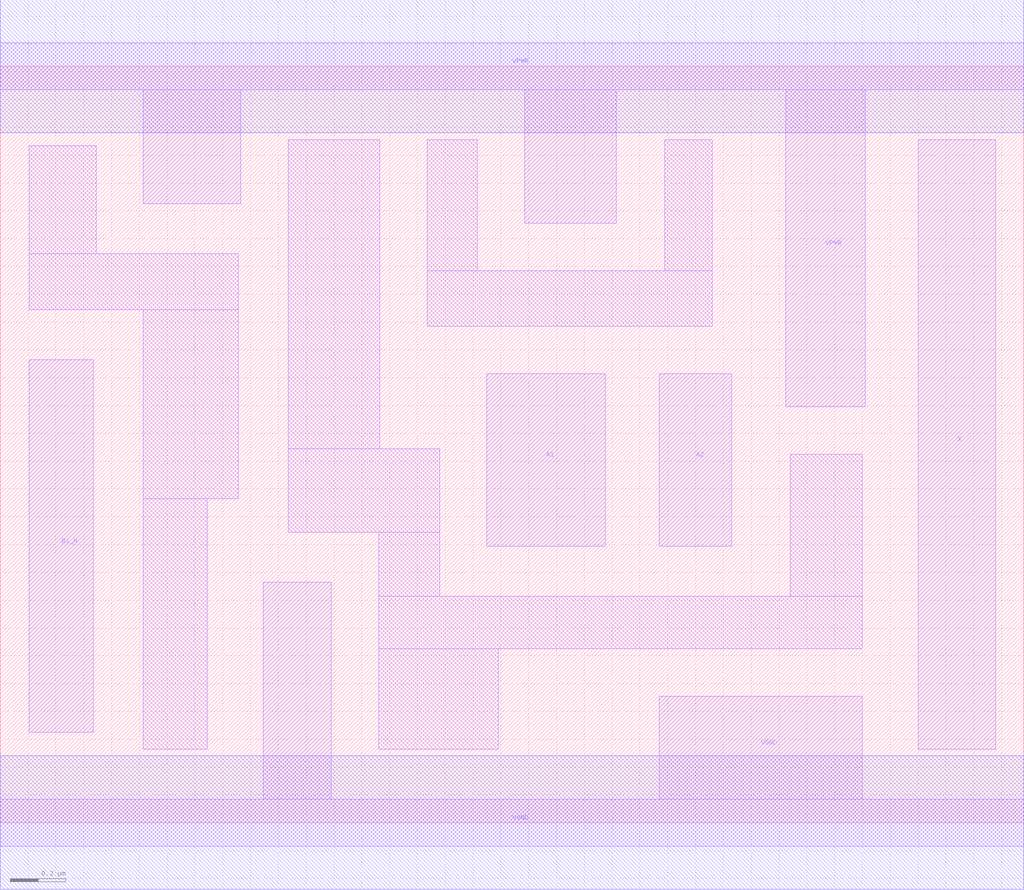
<source format=lef>
# Copyright 2020 The SkyWater PDK Authors
#
# Licensed under the Apache License, Version 2.0 (the "License");
# you may not use this file except in compliance with the License.
# You may obtain a copy of the License at
#
#     https://www.apache.org/licenses/LICENSE-2.0
#
# Unless required by applicable law or agreed to in writing, software
# distributed under the License is distributed on an "AS IS" BASIS,
# WITHOUT WARRANTIES OR CONDITIONS OF ANY KIND, either express or implied.
# See the License for the specific language governing permissions and
# limitations under the License.
#
# SPDX-License-Identifier: Apache-2.0

VERSION 5.5 ;
NAMESCASESENSITIVE ON ;
BUSBITCHARS "[]" ;
DIVIDERCHAR "/" ;
MACRO sky130_fd_sc_hd__a21bo_1
  CLASS CORE ;
  SOURCE USER ;
  ORIGIN  0.000000  0.000000 ;
  SIZE  3.680000 BY  2.720000 ;
  SYMMETRY X Y R90 ;
  SITE unithd ;
  PIN A1
    ANTENNAGATEAREA  0.247500 ;
    DIRECTION INPUT ;
    USE SIGNAL ;
    PORT
      LAYER li1 ;
        RECT 1.750000 0.995000 2.175000 1.615000 ;
    END
  END A1
  PIN A2
    ANTENNAGATEAREA  0.247500 ;
    DIRECTION INPUT ;
    USE SIGNAL ;
    PORT
      LAYER li1 ;
        RECT 2.370000 0.995000 2.630000 1.615000 ;
    END
  END A2
  PIN B1_N
    ANTENNAGATEAREA  0.126000 ;
    DIRECTION INPUT ;
    USE SIGNAL ;
    PORT
      LAYER li1 ;
        RECT 0.105000 0.325000 0.335000 1.665000 ;
    END
  END B1_N
  PIN X
    ANTENNADIFFAREA  0.429000 ;
    DIRECTION OUTPUT ;
    USE SIGNAL ;
    PORT
      LAYER li1 ;
        RECT 3.300000 0.265000 3.580000 2.455000 ;
    END
  END X
  PIN VGND
    DIRECTION INOUT ;
    SHAPE ABUTMENT ;
    USE GROUND ;
    PORT
      LAYER li1 ;
        RECT 0.000000 -0.085000 3.680000 0.085000 ;
        RECT 0.945000  0.085000 1.190000 0.865000 ;
        RECT 2.370000  0.085000 3.100000 0.455000 ;
    END
    PORT
      LAYER met1 ;
        RECT 0.000000 -0.240000 3.680000 0.240000 ;
    END
  END VGND
  PIN VPWR
    DIRECTION INOUT ;
    SHAPE ABUTMENT ;
    USE POWER ;
    PORT
      LAYER li1 ;
        RECT 0.000000 2.635000 3.680000 2.805000 ;
        RECT 0.515000 2.225000 0.865000 2.635000 ;
        RECT 1.885000 2.155000 2.215000 2.635000 ;
        RECT 2.825000 1.495000 3.110000 2.635000 ;
    END
    PORT
      LAYER met1 ;
        RECT 0.000000 2.480000 3.680000 2.960000 ;
    END
  END VPWR
  OBS
    LAYER li1 ;
      RECT 0.105000 1.845000 0.855000 2.045000 ;
      RECT 0.105000 2.045000 0.345000 2.435000 ;
      RECT 0.515000 0.265000 0.745000 1.165000 ;
      RECT 0.515000 1.165000 0.855000 1.845000 ;
      RECT 1.035000 1.045000 1.580000 1.345000 ;
      RECT 1.035000 1.345000 1.365000 2.455000 ;
      RECT 1.360000 0.265000 1.790000 0.625000 ;
      RECT 1.360000 0.625000 3.100000 0.815000 ;
      RECT 1.360000 0.815000 1.580000 1.045000 ;
      RECT 1.535000 1.785000 2.560000 1.985000 ;
      RECT 1.535000 1.985000 1.715000 2.455000 ;
      RECT 2.390000 1.985000 2.560000 2.455000 ;
      RECT 2.840000 0.815000 3.100000 1.325000 ;
  END
END sky130_fd_sc_hd__a21bo_1
END LIBRARY

</source>
